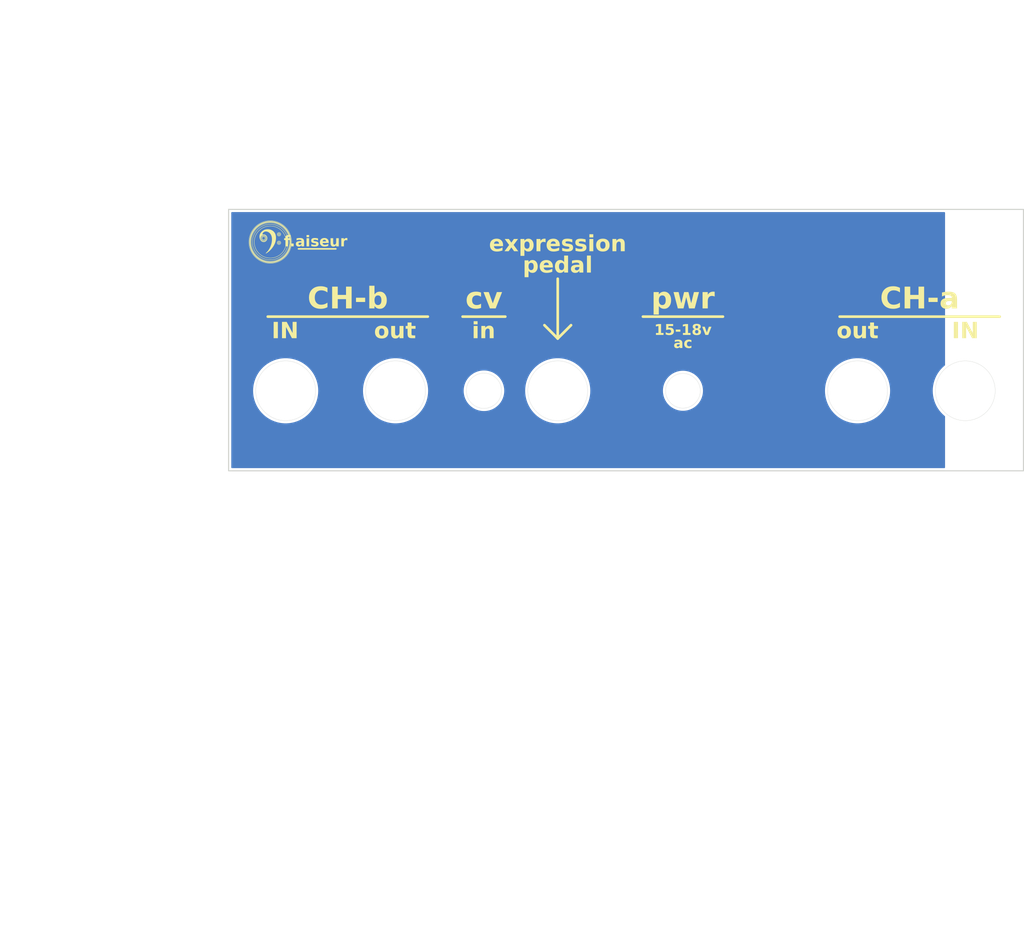
<source format=kicad_pcb>
(kicad_pcb (version 20240108) (generator "pcbnew") (generator_version "8.0")
  (layers (0 "F.Cu" signal) (31 "B.Cu" signal) (34 "B.Paste" user) (35 "F.Paste" user) (36 "B.SilkS" user "B.Silkscreen") (37 "F.SilkS" user "F.Silkscreen") (38 "B.Mask" user) (39 "F.Mask" user) (44 "Edge.Cuts" user))
  (net 0 "")
  (footprint "LOGOS:1cm LOGO kicad" (layer "F.Cu") (at 54.1 47.1)
    (property "Reference" "G***" (hide yes))
    (property "Value" "LOGO" (hide yes))
  )
  (gr_line (start 107.9965 65.2) (end 105.500236 62.703736) (stroke (width 0.5)) (layer "F.SilkS"))
  (gr_line (start 138.9665 61.1) (end 123.9665 61.1) (stroke (width 0.5)) (layer "F.SilkS"))
  (gr_line (start 98.1665 61.1) (end 90.1665 61.1) (stroke (width 0.5)) (layer "F.SilkS"))
  (gr_line (start 190.846406 61.1) (end 160.846406 61.1) (stroke (width 0.5)) (layer "F.SilkS"))
  (gr_line (start 107.9965 65.2) (end 110.492764 62.703736) (stroke (width 0.5)) (layer "F.SilkS"))
  (gr_line (start 66.4 48.4) (end 59.4 48.4) (stroke (width 0.3)) (layer "F.SilkS"))
  (gr_line (start 83.646406 61.1) (end 53.646406 61.1) (stroke (width 0.5)) (layer "F.SilkS"))
  (gr_line (start 107.9965 65.2) (end 107.9965 54) (stroke (width 0.5)) (layer "F.SilkS"))
  (gr_circle (center 184.3965 75) (end 189.9965 75) (stroke (width 0.05)) (fill none) (layer "Edge.Cuts"))
  (gr_circle (center 164.1965 75) (end 169.7965 75) (stroke (width 0.05)) (fill none) (layer "Edge.Cuts"))
  (gr_circle (center 131.4665 75) (end 134.7165 75) (stroke (width 0.05)) (fill none) (layer "Edge.Cuts"))
  (gr_circle (center 94.1665 75) (end 90.8665 75) (stroke (width 0.05)) (fill none) (layer "Edge.Cuts"))
  (gr_circle (center 77.5965 75) (end 83.1965 75) (stroke (width 0.05)) (fill none) (layer "Edge.Cuts"))
  (gr_circle (center 56.9965 75) (end 62.5965 75) (stroke (width 0.05)) (fill none) (layer "Edge.Cuts"))
  (gr_circle (center 107.9965 75) (end 113.5965 75) (stroke (width 0.05)) (fill none) (layer "Edge.Cuts"))
  (gr_rect (start 46.3 41) (end 195.3 90) (stroke (width 0.2)) (fill none) (layer "Edge.Cuts"))
  (gr_text "out" (at 77.5 63.9 0) (layer "F.SilkS") (effects (font (size 3 3) (thickness 0.2) (bold yes))))
  (gr_text "out" (at 164.1965 63.9 0) (layer "F.SilkS") (effects (font (size 3 3) (thickness 0.2) (bold yes))))
  (gr_text "pwr" (at 131.4665 57.9 0) (layer "F.SilkS") (effects (font (size 4 4) (thickness 0.2) (bold yes))))
  (gr_text "IN" (at 184.3965 63.9 0) (layer "F.SilkS") (effects (font (size 3 3) (thickness 0.2) (bold yes))))
  (gr_text "pedal" (at 107.9965 51.6 0) (layer "F.SilkS") (effects (font (size 3 3) (thickness 0.2) (bold yes))))
  (gr_text "IN" (at 56.9 63.9 0) (layer "F.SilkS") (effects (font (size 3 3) (thickness 0.2) (bold yes))))
  (gr_text "in" (at 94.1 63.9 0) (layer "F.SilkS") (effects (font (size 3 3) (thickness 0.2) (bold yes))))
  (gr_text "ac" (at 131.4665 66.153001 0) (layer "F.SilkS") (effects (font (size 2 2) (thickness 0.2) (bold yes))))
  (gr_text "expression" (at 107.9965 47.6 0) (layer "F.SilkS") (effects (font (size 3 3) (thickness 0.2) (bold yes))))
  (gr_text "CH-a" (at 175.846406 57.9 0) (layer "F.SilkS") (effects (font (size 4 4) (thickness 0.2) (bold yes))))
  (gr_text "cv" (at 94.1665 57.9 0) (layer "F.SilkS") (effects (font (size 4 4) (thickness 0.2) (bold yes))))
  (gr_text "15-18v" (at 131.4665 63.7 0) (layer "F.SilkS") (effects (font (size 2 2) (thickness 0.2) (bold yes))))
  (gr_text "CH-b" (at 68.646406 57.9 0) (layer "F.SilkS") (effects (font (size 4 4) (thickness 0.2) (bold yes))))
  (gr_text "f.aiseur " (at 63.1 47.1 0) (layer "F.SilkS") (effects (font (size 2 2) (thickness 0.375))))
  (zone (net 0) (net_name "") (layer "B.Cu") (connect_pads (clearance 0.5)) (min_thickness 0.25) (fill yes (thermal_gap 0.5) (thermal_bridge_width 0.5) (island_removal_mode 1) (island_area_min 10))
    (polygon (pts (xy 180.6 16.9) (xy 180.6 164) (xy 178.2 166.4) (xy 16 166.4) (xy 14.3 164.7) (xy 14.3 18.9) (xy 16.3 16.9) (xy 16.4 16.9)))
  )
)
</source>
